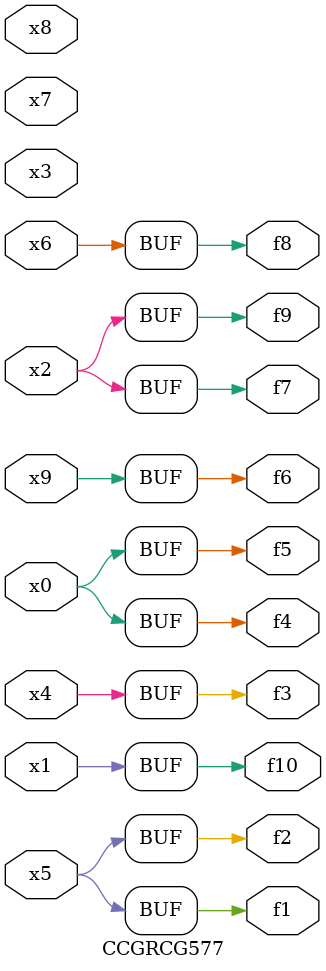
<source format=v>
module CCGRCG577(
	input x0, x1, x2, x3, x4, x5, x6, x7, x8, x9,
	output f1, f2, f3, f4, f5, f6, f7, f8, f9, f10
);
	assign f1 = x5;
	assign f2 = x5;
	assign f3 = x4;
	assign f4 = x0;
	assign f5 = x0;
	assign f6 = x9;
	assign f7 = x2;
	assign f8 = x6;
	assign f9 = x2;
	assign f10 = x1;
endmodule

</source>
